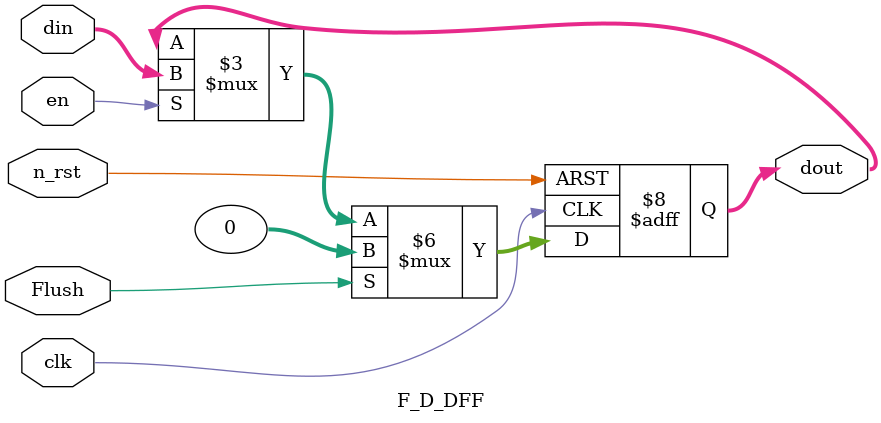
<source format=sv>
module F_D_DFF #(
    parameter WIDTH = 32,
    parameter RESET_VALUE = 0
)
(
    clk,
    n_rst,
    en,

    Flush,
    din,
    dout
);
    input clk;
    input n_rst;
    input en;
   
    input Flush;
    input [WIDTH-1:0]din;
    
    output reg[WIDTH-1:0]dout;

always@(posedge clk or negedge n_rst)
begin
    if(!n_rst) 
    begin
        dout <= RESET_VALUE;
    end
    else 
    begin
       if(Flush)begin
            dout <= RESET_VALUE;
        end
        else if(en)begin
            dout <= din;
        end
        
    end
end

endmodule
</source>
